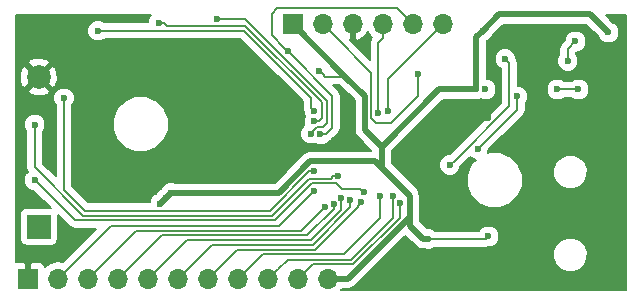
<source format=gbl>
G04 #@! TF.FileFunction,Copper,L2,Bot,Signal*
%FSLAX46Y46*%
G04 Gerber Fmt 4.6, Leading zero omitted, Abs format (unit mm)*
G04 Created by KiCad (PCBNEW 4.0.7-e0-6372~58~ubuntu16.10.1) date Sun Jan  7 20:34:22 2018*
%MOMM*%
%LPD*%
G01*
G04 APERTURE LIST*
%ADD10C,0.100000*%
%ADD11R,2.000000X2.000000*%
%ADD12C,2.000000*%
%ADD13R,1.700000X1.700000*%
%ADD14O,1.700000X1.700000*%
%ADD15C,0.600000*%
%ADD16C,0.500000*%
%ADD17C,0.200000*%
G04 APERTURE END LIST*
D10*
D11*
X133114000Y-101299500D03*
D12*
X133114000Y-88599500D03*
D13*
X154620000Y-84130000D03*
D14*
X157160000Y-84130000D03*
X159700000Y-84130000D03*
X162240000Y-84130000D03*
X164780000Y-84130000D03*
X167320000Y-84130000D03*
D13*
X132210000Y-105710000D03*
D14*
X134750000Y-105710000D03*
X137290000Y-105710000D03*
X139830000Y-105710000D03*
X142370000Y-105710000D03*
X144910000Y-105710000D03*
X147450000Y-105710000D03*
X149990000Y-105710000D03*
X152530000Y-105710000D03*
X155070000Y-105710000D03*
X157610000Y-105710000D03*
D15*
X171159304Y-90715170D03*
X182626000Y-92456000D03*
X182626000Y-91694000D03*
X182626000Y-90932000D03*
X182626000Y-90170000D03*
X171490000Y-86720000D03*
X171480000Y-85950000D03*
X159090000Y-94330000D03*
X173160000Y-85610000D03*
X173860000Y-85690000D03*
X171150000Y-91370000D03*
X171120000Y-92050000D03*
X164670000Y-97170000D03*
X164680000Y-96330000D03*
X164670000Y-95500000D03*
X164710000Y-94650000D03*
X164750000Y-93870000D03*
X159040000Y-93590000D03*
X159050000Y-92780000D03*
X159040000Y-91970000D03*
X159030000Y-91190000D03*
X153320000Y-91520000D03*
X153340000Y-90500000D03*
X152380000Y-89630000D03*
X145390000Y-92050000D03*
X145360000Y-93240000D03*
X145440000Y-97270000D03*
X145400000Y-95870000D03*
X145400000Y-94600000D03*
X153140000Y-95550000D03*
X152840000Y-97030000D03*
X150810000Y-97270000D03*
X148860000Y-97250000D03*
X147020000Y-97290000D03*
X145380000Y-90740000D03*
X145390000Y-89620000D03*
X146730000Y-89600000D03*
X148180000Y-89600000D03*
X149590000Y-89590000D03*
X150970000Y-89590000D03*
X174965000Y-87735000D03*
X175890000Y-87735000D03*
X175890000Y-86810000D03*
X174965000Y-86810000D03*
X156972000Y-93472000D03*
X154190000Y-86420000D03*
X170942006Y-89662006D03*
X169418000Y-89662000D03*
X170180000Y-89662000D03*
X181356000Y-84836000D03*
X156879990Y-88090000D03*
X171196000Y-102108000D03*
X178562000Y-85598000D03*
X177895504Y-87272500D03*
X166090000Y-102340000D03*
X170740000Y-84670000D03*
X143420000Y-99320000D03*
X143860000Y-98880000D03*
X144320000Y-98420000D03*
X173626662Y-90252692D03*
X170279998Y-94720000D03*
X167914177Y-96069990D03*
X172620000Y-87050000D03*
X165210000Y-88320000D03*
X161870021Y-91684290D03*
X177038000Y-89662000D03*
X178816000Y-89662000D03*
X156452292Y-96606685D03*
X135250000Y-90410000D03*
X156462157Y-91518240D03*
X138140000Y-84680000D03*
X156453083Y-92318201D03*
X143260000Y-84000000D03*
X156154012Y-93412605D03*
X148180000Y-83659979D03*
X158470000Y-97020000D03*
X132770000Y-92630000D03*
X132760000Y-97310000D03*
X160650000Y-98360000D03*
X162653636Y-91523147D03*
X163090000Y-98650000D03*
X163690010Y-99309846D03*
X157340177Y-99610498D03*
X156447536Y-98243004D03*
X162020000Y-98690000D03*
X158092188Y-99337555D03*
X158720055Y-98841770D03*
X159491811Y-99052512D03*
X160404990Y-99229998D03*
D16*
X182626000Y-91694000D02*
X182626000Y-92456000D01*
X182626000Y-90170000D02*
X182626000Y-90932000D01*
X173160000Y-85610000D02*
X171820000Y-85610000D01*
X171820000Y-85610000D02*
X171480000Y-85950000D01*
X159040000Y-93590000D02*
X159040000Y-94280000D01*
X159040000Y-94280000D02*
X159090000Y-94330000D01*
X173860000Y-85690000D02*
X173240000Y-85690000D01*
X173240000Y-85690000D02*
X173160000Y-85610000D01*
X171120000Y-92050000D02*
X171120000Y-91400000D01*
X171120000Y-91400000D02*
X171150000Y-91370000D01*
X164670000Y-95500000D02*
X164670000Y-96320000D01*
X164670000Y-96320000D02*
X164680000Y-96330000D01*
X164750000Y-93870000D02*
X164750000Y-94610000D01*
X164750000Y-94610000D02*
X164710000Y-94650000D01*
D17*
X159050000Y-92780000D02*
X159050000Y-93580000D01*
X159050000Y-93580000D02*
X159040000Y-93590000D01*
X159030000Y-91190000D02*
X159030000Y-91960000D01*
X159030000Y-91960000D02*
X159040000Y-91970000D01*
X152380000Y-89630000D02*
X152470000Y-89630000D01*
X152470000Y-89630000D02*
X153340000Y-90500000D01*
X145360000Y-92080000D02*
X145390000Y-92050000D01*
X145360000Y-93240000D02*
X145360000Y-92080000D01*
X145460000Y-97290000D02*
X145440000Y-97270000D01*
X147020000Y-97290000D02*
X145460000Y-97290000D01*
X145400000Y-94600000D02*
X145400000Y-95870000D01*
X152840000Y-97030000D02*
X152840000Y-95850000D01*
X152840000Y-95850000D02*
X153140000Y-95550000D01*
X148860000Y-97250000D02*
X150790000Y-97250000D01*
X150790000Y-97250000D02*
X150810000Y-97270000D01*
X145390000Y-89620000D02*
X145390000Y-90730000D01*
X145390000Y-90730000D02*
X145380000Y-90740000D01*
X148180000Y-89600000D02*
X146730000Y-89600000D01*
X150970000Y-89590000D02*
X149590000Y-89590000D01*
X174965000Y-87735000D02*
X175890000Y-87735000D01*
X164780000Y-84130000D02*
X163454000Y-82804000D01*
X163454000Y-82804000D02*
X153296000Y-82804000D01*
X153296000Y-82804000D02*
X152850000Y-83250000D01*
X152850000Y-83250000D02*
X152850000Y-85080000D01*
X152850000Y-85080000D02*
X153890001Y-86120001D01*
X153890001Y-86120001D02*
X154190000Y-86420000D01*
X157396264Y-93472000D02*
X156972000Y-93472000D01*
X157960011Y-92908253D02*
X157396264Y-93472000D01*
X154190000Y-86420000D02*
X157960011Y-90190011D01*
X157960011Y-90190011D02*
X157960011Y-92908253D01*
D16*
X168993736Y-89662000D02*
X169418000Y-89662000D01*
X167018000Y-89662000D02*
X168993736Y-89662000D01*
X162140000Y-94540000D02*
X167018000Y-89662000D01*
X170180000Y-89662000D02*
X169418000Y-89662000D01*
X170180000Y-89237736D02*
X170180000Y-89662000D01*
X170180000Y-85230000D02*
X170180000Y-89237736D01*
X170740000Y-84670000D02*
X170180000Y-85230000D01*
X170740000Y-84670000D02*
X172098000Y-83312000D01*
X172098000Y-83312000D02*
X179832000Y-83312000D01*
X179832000Y-83312000D02*
X181356000Y-84836000D01*
D17*
X159060000Y-88570000D02*
X157359990Y-88570000D01*
X157359990Y-88570000D02*
X157179989Y-88389999D01*
X157179989Y-88389999D02*
X156879990Y-88090000D01*
D16*
X144320000Y-98420000D02*
X153437842Y-98420000D01*
X153437842Y-98420000D02*
X156099842Y-95758000D01*
X156099842Y-95758000D02*
X161628000Y-95758000D01*
X161628000Y-95758000D02*
X162140000Y-96270000D01*
D17*
X170964000Y-102340000D02*
X171196000Y-102108000D01*
X166090000Y-102340000D02*
X170964000Y-102340000D01*
X177895504Y-87272500D02*
X177895504Y-86264496D01*
X177895504Y-86264496D02*
X178562000Y-85598000D01*
D16*
X166090000Y-102340000D02*
X165665736Y-102340000D01*
X165665736Y-102340000D02*
X164510000Y-101184264D01*
X164510000Y-101184264D02*
X164510000Y-100480000D01*
X162140000Y-96270000D02*
X164510000Y-98640000D01*
X162140000Y-94540000D02*
X160720000Y-93120000D01*
X160720000Y-93120000D02*
X160720000Y-90230000D01*
X162140000Y-94540000D02*
X162140000Y-96270000D01*
X164510000Y-100480000D02*
X159280000Y-105710000D01*
X164510000Y-98640000D02*
X164510000Y-100480000D01*
X159280000Y-105710000D02*
X157610000Y-105710000D01*
X159060000Y-88570000D02*
X160720000Y-90230000D01*
X159060000Y-88570000D02*
X154620000Y-84130000D01*
X143420000Y-99320000D02*
X144320000Y-98420000D01*
D17*
X173626662Y-91373336D02*
X173626662Y-90676956D01*
X170279998Y-94720000D02*
X173626662Y-91373336D01*
X173626662Y-90676956D02*
X173626662Y-90252692D01*
X172620000Y-87050000D02*
X172974000Y-87404000D01*
X172974000Y-87404000D02*
X172974000Y-91076000D01*
X172974000Y-91076000D02*
X168280009Y-95769991D01*
X168280009Y-95769991D02*
X168214176Y-95769991D01*
X168214176Y-95769991D02*
X167914177Y-96069990D01*
X165210000Y-90200000D02*
X162930000Y-92480000D01*
X161270011Y-92087822D02*
X161270011Y-88240011D01*
X162930000Y-92480000D02*
X161662189Y-92480000D01*
X165210000Y-88320000D02*
X165210000Y-90200000D01*
X161662189Y-92480000D02*
X161270011Y-92087822D01*
X158009999Y-84979999D02*
X157160000Y-84130000D01*
X161270011Y-88240011D02*
X158009999Y-84979999D01*
X161870021Y-85702060D02*
X161870021Y-91260026D01*
X162240000Y-85332081D02*
X161870021Y-85702060D01*
X161870021Y-91260026D02*
X161870021Y-91684290D01*
X162240000Y-84130000D02*
X162240000Y-85332081D01*
X178816000Y-89662000D02*
X177038000Y-89662000D01*
X152700596Y-99940000D02*
X156033911Y-96606685D01*
X156033911Y-96606685D02*
X156452292Y-96606685D01*
X137020000Y-99940000D02*
X152700596Y-99940000D01*
X135250000Y-98170000D02*
X137020000Y-99940000D01*
X135250000Y-90410000D02*
X135250000Y-98170000D01*
X156162158Y-90376158D02*
X156162158Y-91218241D01*
X150466000Y-84680000D02*
X156162158Y-90376158D01*
X138140000Y-84680000D02*
X150466000Y-84680000D01*
X156162158Y-91218241D02*
X156462157Y-91518240D01*
X156877347Y-92318201D02*
X156453083Y-92318201D01*
X157100000Y-90748300D02*
X157100000Y-92095548D01*
X157100000Y-92095548D02*
X156877347Y-92318201D01*
X150611689Y-84259989D02*
X157100000Y-90748300D01*
X143944253Y-84259989D02*
X150611689Y-84259989D01*
X143684264Y-84000000D02*
X143944253Y-84259989D01*
X143260000Y-84000000D02*
X143684264Y-84000000D01*
X157560000Y-92534264D02*
X157222268Y-92871996D01*
X150577379Y-83659979D02*
X157560000Y-90642600D01*
X157560000Y-90642600D02*
X157560000Y-92534264D01*
X156454011Y-93112606D02*
X156154012Y-93412605D01*
X156694621Y-92871996D02*
X156454011Y-93112606D01*
X157222268Y-92871996D02*
X156694621Y-92871996D01*
X148180000Y-83659979D02*
X150577379Y-83659979D01*
X136854311Y-100340011D02*
X152896825Y-100340011D01*
X152896825Y-100340011D02*
X156030150Y-97206686D01*
X158045736Y-97020000D02*
X158470000Y-97020000D01*
X157859050Y-97206686D02*
X158045736Y-97020000D01*
X156030150Y-97206686D02*
X157859050Y-97206686D01*
X132770000Y-96255700D02*
X136854311Y-100340011D01*
X132770000Y-92630000D02*
X132770000Y-96255700D01*
X153091996Y-100750000D02*
X136200000Y-100750000D01*
X156235298Y-97606698D02*
X153091996Y-100750000D01*
X136200000Y-100750000D02*
X133059999Y-97609999D01*
X133059999Y-97609999D02*
X132760000Y-97310000D01*
X158297040Y-97606698D02*
X156235298Y-97606698D01*
X158750343Y-98060001D02*
X158297040Y-97606698D01*
X160350001Y-98060001D02*
X158750343Y-98060001D01*
X160650000Y-98360000D02*
X160350001Y-98060001D01*
X162653636Y-88796364D02*
X162653636Y-91098883D01*
X167320000Y-84130000D02*
X162653636Y-88796364D01*
X162653636Y-91098883D02*
X162653636Y-91523147D01*
X154180000Y-104060000D02*
X153379999Y-104860001D01*
X159586468Y-104060000D02*
X154180000Y-104060000D01*
X163090000Y-100556468D02*
X159586468Y-104060000D01*
X163090000Y-98650000D02*
X163090000Y-100556468D01*
X153379999Y-104860001D02*
X152530000Y-105710000D01*
X163690010Y-100522158D02*
X163690010Y-99734110D01*
X155070000Y-105710000D02*
X156319989Y-104460011D01*
X163690010Y-99734110D02*
X163690010Y-99309846D01*
X159752157Y-104460011D02*
X163690010Y-100522158D01*
X156319989Y-104460011D02*
X159752157Y-104460011D01*
X155330664Y-101620011D02*
X157040178Y-99910497D01*
X141379989Y-101620011D02*
X155330664Y-101620011D01*
X137290000Y-105710000D02*
X141379989Y-101620011D01*
X157040178Y-99910497D02*
X157340177Y-99610498D01*
X153470540Y-101220000D02*
X156147537Y-98543003D01*
X139240000Y-101220000D02*
X153470540Y-101220000D01*
X134750000Y-105710000D02*
X139240000Y-101220000D01*
X156147537Y-98543003D02*
X156447536Y-98243004D01*
X152079934Y-103620066D02*
X150839999Y-104860001D01*
X162020000Y-98690000D02*
X162020000Y-100551400D01*
X156634134Y-103620066D02*
X152079934Y-103620066D01*
X156634156Y-103620044D02*
X156634134Y-103620066D01*
X158951356Y-103620044D02*
X156634156Y-103620044D01*
X162020000Y-100551400D02*
X158951356Y-103620044D01*
X150839999Y-104860001D02*
X149990000Y-105710000D01*
X139830000Y-105710000D02*
X143519978Y-102020022D01*
X143519978Y-102020022D02*
X155833985Y-102020022D01*
X155833985Y-102020022D02*
X158092188Y-99761819D01*
X158092188Y-99761819D02*
X158092188Y-99337555D01*
X158720055Y-99837045D02*
X158720055Y-99266034D01*
X156137067Y-102420033D02*
X158720055Y-99837045D01*
X158720055Y-99266034D02*
X158720055Y-98841770D01*
X142370000Y-105710000D02*
X145659967Y-102420033D01*
X145659967Y-102420033D02*
X156137067Y-102420033D01*
X159491811Y-99476776D02*
X159491811Y-99052512D01*
X147799956Y-102820044D02*
X156302756Y-102820044D01*
X159491811Y-99630989D02*
X159491811Y-99476776D01*
X144910000Y-105710000D02*
X147799956Y-102820044D01*
X156302756Y-102820044D02*
X159491811Y-99630989D01*
X160104991Y-99583509D02*
X160104991Y-99529997D01*
X156468445Y-103220055D02*
X160104991Y-99583509D01*
X149939945Y-103220055D02*
X156468445Y-103220055D01*
X147450000Y-105710000D02*
X149939945Y-103220055D01*
X160104991Y-99529997D02*
X160404990Y-99229998D01*
G36*
X182867000Y-106617000D02*
X158742876Y-106617000D01*
X158775617Y-106568000D01*
X159279995Y-106568000D01*
X159280000Y-106568001D01*
X159608343Y-106502689D01*
X159886698Y-106316698D01*
X162244654Y-103958742D01*
X176661747Y-103958742D01*
X176883247Y-104494812D01*
X177293031Y-104905312D01*
X177828714Y-105127746D01*
X178408742Y-105128253D01*
X178944812Y-104906753D01*
X179355312Y-104496969D01*
X179577746Y-103961286D01*
X179578253Y-103381258D01*
X179356753Y-102845188D01*
X178946969Y-102434688D01*
X178411286Y-102212254D01*
X177831258Y-102211747D01*
X177295188Y-102433247D01*
X176884688Y-102843031D01*
X176662254Y-103378714D01*
X176661747Y-103958742D01*
X162244654Y-103958742D01*
X164157868Y-102045528D01*
X165059036Y-102946695D01*
X165059038Y-102946698D01*
X165129991Y-102994107D01*
X165337393Y-103132689D01*
X165665736Y-103198001D01*
X165665741Y-103198000D01*
X165788562Y-103198000D01*
X165908595Y-103247842D01*
X166269820Y-103248157D01*
X166603669Y-103110214D01*
X166665991Y-103048000D01*
X170963995Y-103048000D01*
X170964000Y-103048001D01*
X171125187Y-103015938D01*
X171375820Y-103016157D01*
X171709669Y-102878214D01*
X171965316Y-102623012D01*
X172103842Y-102289405D01*
X172104157Y-101928180D01*
X171966214Y-101594331D01*
X171711012Y-101338684D01*
X171377405Y-101200158D01*
X171016180Y-101199843D01*
X170682331Y-101337786D01*
X170426684Y-101592988D01*
X170410485Y-101632000D01*
X166666221Y-101632000D01*
X166605012Y-101570684D01*
X166271405Y-101432158D01*
X165971027Y-101431896D01*
X165368000Y-100828868D01*
X165368000Y-100480005D01*
X165368001Y-100480000D01*
X165368000Y-100479995D01*
X165368000Y-98640000D01*
X165328405Y-98440940D01*
X165302689Y-98311657D01*
X165116698Y-98033302D01*
X163333206Y-96249810D01*
X167006020Y-96249810D01*
X167143963Y-96583659D01*
X167399165Y-96839306D01*
X167732772Y-96977832D01*
X168093997Y-96978147D01*
X168427846Y-96840204D01*
X168683493Y-96585002D01*
X168822019Y-96251395D01*
X168822038Y-96229226D01*
X169663555Y-95387708D01*
X169764986Y-95489316D01*
X170097195Y-95627262D01*
X169724150Y-95999656D01*
X169364410Y-96866007D01*
X169363592Y-97804077D01*
X169721819Y-98671055D01*
X170384556Y-99334950D01*
X171250907Y-99694690D01*
X172188977Y-99695508D01*
X173055955Y-99337281D01*
X173719850Y-98674544D01*
X174079590Y-97808193D01*
X174080330Y-96958742D01*
X176661747Y-96958742D01*
X176883247Y-97494812D01*
X177293031Y-97905312D01*
X177828714Y-98127746D01*
X178408742Y-98128253D01*
X178944812Y-97906753D01*
X179355312Y-97496969D01*
X179577746Y-96961286D01*
X179578253Y-96381258D01*
X179356753Y-95845188D01*
X178946969Y-95434688D01*
X178411286Y-95212254D01*
X177831258Y-95211747D01*
X177295188Y-95433247D01*
X176884688Y-95843031D01*
X176662254Y-96378714D01*
X176661747Y-96958742D01*
X174080330Y-96958742D01*
X174080408Y-96870123D01*
X173722181Y-96003145D01*
X173059444Y-95339250D01*
X172193093Y-94979510D01*
X171255023Y-94978692D01*
X171135187Y-95028207D01*
X171187840Y-94901405D01*
X171187917Y-94813345D01*
X174127291Y-91873970D01*
X174127294Y-91873968D01*
X174280769Y-91644276D01*
X174287547Y-91610201D01*
X174334663Y-91373336D01*
X174334662Y-91373331D01*
X174334662Y-90828913D01*
X174395978Y-90767704D01*
X174534504Y-90434097D01*
X174534819Y-90072872D01*
X174439351Y-89841820D01*
X176129843Y-89841820D01*
X176267786Y-90175669D01*
X176522988Y-90431316D01*
X176856595Y-90569842D01*
X177217820Y-90570157D01*
X177551669Y-90432214D01*
X177613991Y-90370000D01*
X178239779Y-90370000D01*
X178300988Y-90431316D01*
X178634595Y-90569842D01*
X178995820Y-90570157D01*
X179329669Y-90432214D01*
X179585316Y-90177012D01*
X179723842Y-89843405D01*
X179724157Y-89482180D01*
X179586214Y-89148331D01*
X179331012Y-88892684D01*
X178997405Y-88754158D01*
X178636180Y-88753843D01*
X178302331Y-88891786D01*
X178240009Y-88954000D01*
X177614221Y-88954000D01*
X177553012Y-88892684D01*
X177219405Y-88754158D01*
X176858180Y-88753843D01*
X176524331Y-88891786D01*
X176268684Y-89146988D01*
X176130158Y-89480595D01*
X176129843Y-89841820D01*
X174439351Y-89841820D01*
X174396876Y-89739023D01*
X174141674Y-89483376D01*
X173808067Y-89344850D01*
X173682000Y-89344740D01*
X173682000Y-87452320D01*
X176987347Y-87452320D01*
X177125290Y-87786169D01*
X177380492Y-88041816D01*
X177714099Y-88180342D01*
X178075324Y-88180657D01*
X178409173Y-88042714D01*
X178664820Y-87787512D01*
X178803346Y-87453905D01*
X178803661Y-87092680D01*
X178665718Y-86758831D01*
X178603504Y-86696509D01*
X178603504Y-86557760D01*
X178655182Y-86506081D01*
X178741820Y-86506157D01*
X179075669Y-86368214D01*
X179331316Y-86113012D01*
X179469842Y-85779405D01*
X179470157Y-85418180D01*
X179332214Y-85084331D01*
X179077012Y-84828684D01*
X178743405Y-84690158D01*
X178382180Y-84689843D01*
X178048331Y-84827786D01*
X177792684Y-85082988D01*
X177654158Y-85416595D01*
X177654081Y-85504655D01*
X177394872Y-85763864D01*
X177241397Y-85993556D01*
X177187503Y-86264496D01*
X177187504Y-86264501D01*
X177187504Y-86696279D01*
X177126188Y-86757488D01*
X176987662Y-87091095D01*
X176987347Y-87452320D01*
X173682000Y-87452320D01*
X173682000Y-87404005D01*
X173682001Y-87404000D01*
X173628107Y-87133060D01*
X173572608Y-87050000D01*
X173528058Y-86983326D01*
X173528157Y-86870180D01*
X173390214Y-86536331D01*
X173135012Y-86280684D01*
X172801405Y-86142158D01*
X172440180Y-86141843D01*
X172106331Y-86279786D01*
X171850684Y-86534988D01*
X171712158Y-86868595D01*
X171711843Y-87229820D01*
X171849786Y-87563669D01*
X172104988Y-87819316D01*
X172266000Y-87886174D01*
X172266000Y-90782737D01*
X167911942Y-95136794D01*
X167874286Y-95161955D01*
X167734357Y-95161833D01*
X167400508Y-95299776D01*
X167144861Y-95554978D01*
X167006335Y-95888585D01*
X167006020Y-96249810D01*
X163333206Y-96249810D01*
X162998000Y-95914604D01*
X162998000Y-94895396D01*
X167373395Y-90520000D01*
X169116562Y-90520000D01*
X169236595Y-90569842D01*
X169597820Y-90570157D01*
X169719210Y-90520000D01*
X169878562Y-90520000D01*
X169998595Y-90569842D01*
X170359820Y-90570157D01*
X170561079Y-90486999D01*
X170760601Y-90569848D01*
X171121826Y-90570163D01*
X171455675Y-90432220D01*
X171711322Y-90177018D01*
X171849848Y-89843411D01*
X171850163Y-89482186D01*
X171712220Y-89148337D01*
X171457018Y-88892690D01*
X171123411Y-88754164D01*
X171038000Y-88754090D01*
X171038000Y-85585396D01*
X171133549Y-85489846D01*
X171253669Y-85440214D01*
X171509316Y-85185012D01*
X171559684Y-85063712D01*
X172453396Y-84170000D01*
X179476604Y-84170000D01*
X180536153Y-85229549D01*
X180585786Y-85349669D01*
X180840988Y-85605316D01*
X181174595Y-85743842D01*
X181535820Y-85744157D01*
X181869669Y-85606214D01*
X182125316Y-85351012D01*
X182263842Y-85017405D01*
X182264157Y-84656180D01*
X182126214Y-84322331D01*
X181871012Y-84066684D01*
X181749710Y-84016315D01*
X181116396Y-83383000D01*
X182867000Y-83383000D01*
X182867000Y-106617000D01*
X182867000Y-106617000D01*
G37*
X182867000Y-106617000D02*
X158742876Y-106617000D01*
X158775617Y-106568000D01*
X159279995Y-106568000D01*
X159280000Y-106568001D01*
X159608343Y-106502689D01*
X159886698Y-106316698D01*
X162244654Y-103958742D01*
X176661747Y-103958742D01*
X176883247Y-104494812D01*
X177293031Y-104905312D01*
X177828714Y-105127746D01*
X178408742Y-105128253D01*
X178944812Y-104906753D01*
X179355312Y-104496969D01*
X179577746Y-103961286D01*
X179578253Y-103381258D01*
X179356753Y-102845188D01*
X178946969Y-102434688D01*
X178411286Y-102212254D01*
X177831258Y-102211747D01*
X177295188Y-102433247D01*
X176884688Y-102843031D01*
X176662254Y-103378714D01*
X176661747Y-103958742D01*
X162244654Y-103958742D01*
X164157868Y-102045528D01*
X165059036Y-102946695D01*
X165059038Y-102946698D01*
X165129991Y-102994107D01*
X165337393Y-103132689D01*
X165665736Y-103198001D01*
X165665741Y-103198000D01*
X165788562Y-103198000D01*
X165908595Y-103247842D01*
X166269820Y-103248157D01*
X166603669Y-103110214D01*
X166665991Y-103048000D01*
X170963995Y-103048000D01*
X170964000Y-103048001D01*
X171125187Y-103015938D01*
X171375820Y-103016157D01*
X171709669Y-102878214D01*
X171965316Y-102623012D01*
X172103842Y-102289405D01*
X172104157Y-101928180D01*
X171966214Y-101594331D01*
X171711012Y-101338684D01*
X171377405Y-101200158D01*
X171016180Y-101199843D01*
X170682331Y-101337786D01*
X170426684Y-101592988D01*
X170410485Y-101632000D01*
X166666221Y-101632000D01*
X166605012Y-101570684D01*
X166271405Y-101432158D01*
X165971027Y-101431896D01*
X165368000Y-100828868D01*
X165368000Y-100480005D01*
X165368001Y-100480000D01*
X165368000Y-100479995D01*
X165368000Y-98640000D01*
X165328405Y-98440940D01*
X165302689Y-98311657D01*
X165116698Y-98033302D01*
X163333206Y-96249810D01*
X167006020Y-96249810D01*
X167143963Y-96583659D01*
X167399165Y-96839306D01*
X167732772Y-96977832D01*
X168093997Y-96978147D01*
X168427846Y-96840204D01*
X168683493Y-96585002D01*
X168822019Y-96251395D01*
X168822038Y-96229226D01*
X169663555Y-95387708D01*
X169764986Y-95489316D01*
X170097195Y-95627262D01*
X169724150Y-95999656D01*
X169364410Y-96866007D01*
X169363592Y-97804077D01*
X169721819Y-98671055D01*
X170384556Y-99334950D01*
X171250907Y-99694690D01*
X172188977Y-99695508D01*
X173055955Y-99337281D01*
X173719850Y-98674544D01*
X174079590Y-97808193D01*
X174080330Y-96958742D01*
X176661747Y-96958742D01*
X176883247Y-97494812D01*
X177293031Y-97905312D01*
X177828714Y-98127746D01*
X178408742Y-98128253D01*
X178944812Y-97906753D01*
X179355312Y-97496969D01*
X179577746Y-96961286D01*
X179578253Y-96381258D01*
X179356753Y-95845188D01*
X178946969Y-95434688D01*
X178411286Y-95212254D01*
X177831258Y-95211747D01*
X177295188Y-95433247D01*
X176884688Y-95843031D01*
X176662254Y-96378714D01*
X176661747Y-96958742D01*
X174080330Y-96958742D01*
X174080408Y-96870123D01*
X173722181Y-96003145D01*
X173059444Y-95339250D01*
X172193093Y-94979510D01*
X171255023Y-94978692D01*
X171135187Y-95028207D01*
X171187840Y-94901405D01*
X171187917Y-94813345D01*
X174127291Y-91873970D01*
X174127294Y-91873968D01*
X174280769Y-91644276D01*
X174287547Y-91610201D01*
X174334663Y-91373336D01*
X174334662Y-91373331D01*
X174334662Y-90828913D01*
X174395978Y-90767704D01*
X174534504Y-90434097D01*
X174534819Y-90072872D01*
X174439351Y-89841820D01*
X176129843Y-89841820D01*
X176267786Y-90175669D01*
X176522988Y-90431316D01*
X176856595Y-90569842D01*
X177217820Y-90570157D01*
X177551669Y-90432214D01*
X177613991Y-90370000D01*
X178239779Y-90370000D01*
X178300988Y-90431316D01*
X178634595Y-90569842D01*
X178995820Y-90570157D01*
X179329669Y-90432214D01*
X179585316Y-90177012D01*
X179723842Y-89843405D01*
X179724157Y-89482180D01*
X179586214Y-89148331D01*
X179331012Y-88892684D01*
X178997405Y-88754158D01*
X178636180Y-88753843D01*
X178302331Y-88891786D01*
X178240009Y-88954000D01*
X177614221Y-88954000D01*
X177553012Y-88892684D01*
X177219405Y-88754158D01*
X176858180Y-88753843D01*
X176524331Y-88891786D01*
X176268684Y-89146988D01*
X176130158Y-89480595D01*
X176129843Y-89841820D01*
X174439351Y-89841820D01*
X174396876Y-89739023D01*
X174141674Y-89483376D01*
X173808067Y-89344850D01*
X173682000Y-89344740D01*
X173682000Y-87452320D01*
X176987347Y-87452320D01*
X177125290Y-87786169D01*
X177380492Y-88041816D01*
X177714099Y-88180342D01*
X178075324Y-88180657D01*
X178409173Y-88042714D01*
X178664820Y-87787512D01*
X178803346Y-87453905D01*
X178803661Y-87092680D01*
X178665718Y-86758831D01*
X178603504Y-86696509D01*
X178603504Y-86557760D01*
X178655182Y-86506081D01*
X178741820Y-86506157D01*
X179075669Y-86368214D01*
X179331316Y-86113012D01*
X179469842Y-85779405D01*
X179470157Y-85418180D01*
X179332214Y-85084331D01*
X179077012Y-84828684D01*
X178743405Y-84690158D01*
X178382180Y-84689843D01*
X178048331Y-84827786D01*
X177792684Y-85082988D01*
X177654158Y-85416595D01*
X177654081Y-85504655D01*
X177394872Y-85763864D01*
X177241397Y-85993556D01*
X177187503Y-86264496D01*
X177187504Y-86264501D01*
X177187504Y-86696279D01*
X177126188Y-86757488D01*
X176987662Y-87091095D01*
X176987347Y-87452320D01*
X173682000Y-87452320D01*
X173682000Y-87404005D01*
X173682001Y-87404000D01*
X173628107Y-87133060D01*
X173572608Y-87050000D01*
X173528058Y-86983326D01*
X173528157Y-86870180D01*
X173390214Y-86536331D01*
X173135012Y-86280684D01*
X172801405Y-86142158D01*
X172440180Y-86141843D01*
X172106331Y-86279786D01*
X171850684Y-86534988D01*
X171712158Y-86868595D01*
X171711843Y-87229820D01*
X171849786Y-87563669D01*
X172104988Y-87819316D01*
X172266000Y-87886174D01*
X172266000Y-90782737D01*
X167911942Y-95136794D01*
X167874286Y-95161955D01*
X167734357Y-95161833D01*
X167400508Y-95299776D01*
X167144861Y-95554978D01*
X167006335Y-95888585D01*
X167006020Y-96249810D01*
X163333206Y-96249810D01*
X162998000Y-95914604D01*
X162998000Y-94895396D01*
X167373395Y-90520000D01*
X169116562Y-90520000D01*
X169236595Y-90569842D01*
X169597820Y-90570157D01*
X169719210Y-90520000D01*
X169878562Y-90520000D01*
X169998595Y-90569842D01*
X170359820Y-90570157D01*
X170561079Y-90486999D01*
X170760601Y-90569848D01*
X171121826Y-90570163D01*
X171455675Y-90432220D01*
X171711322Y-90177018D01*
X171849848Y-89843411D01*
X171850163Y-89482186D01*
X171712220Y-89148337D01*
X171457018Y-88892690D01*
X171123411Y-88754164D01*
X171038000Y-88754090D01*
X171038000Y-85585396D01*
X171133549Y-85489846D01*
X171253669Y-85440214D01*
X171509316Y-85185012D01*
X171559684Y-85063712D01*
X172453396Y-84170000D01*
X179476604Y-84170000D01*
X180536153Y-85229549D01*
X180585786Y-85349669D01*
X180840988Y-85605316D01*
X181174595Y-85743842D01*
X181535820Y-85744157D01*
X181869669Y-85606214D01*
X182125316Y-85351012D01*
X182263842Y-85017405D01*
X182264157Y-84656180D01*
X182126214Y-84322331D01*
X181871012Y-84066684D01*
X181749710Y-84016315D01*
X181116396Y-83383000D01*
X182867000Y-83383000D01*
X182867000Y-106617000D01*
G36*
X142490684Y-83484988D02*
X142352158Y-83818595D01*
X142352024Y-83972000D01*
X138716221Y-83972000D01*
X138655012Y-83910684D01*
X138321405Y-83772158D01*
X137960180Y-83771843D01*
X137626331Y-83909786D01*
X137370684Y-84164988D01*
X137232158Y-84498595D01*
X137231843Y-84859820D01*
X137369786Y-85193669D01*
X137624988Y-85449316D01*
X137958595Y-85587842D01*
X138319820Y-85588157D01*
X138653669Y-85450214D01*
X138715991Y-85388000D01*
X150172736Y-85388000D01*
X155454158Y-90669422D01*
X155454158Y-91218236D01*
X155454157Y-91218241D01*
X155508051Y-91489181D01*
X155554122Y-91558131D01*
X155554000Y-91698060D01*
X155640496Y-91907397D01*
X155545241Y-92136796D01*
X155544926Y-92498021D01*
X155615022Y-92667668D01*
X155384696Y-92897593D01*
X155246170Y-93231200D01*
X155245855Y-93592425D01*
X155383798Y-93926274D01*
X155639000Y-94181921D01*
X155972607Y-94320447D01*
X156333832Y-94320762D01*
X156491462Y-94255631D01*
X156790595Y-94379842D01*
X157151820Y-94380157D01*
X157485669Y-94242214D01*
X157585747Y-94142310D01*
X157667204Y-94126107D01*
X157896896Y-93972632D01*
X158460640Y-93408887D01*
X158460643Y-93408885D01*
X158614118Y-93179193D01*
X158632175Y-93088415D01*
X158668012Y-92908253D01*
X158668011Y-92908248D01*
X158668011Y-90190016D01*
X158668012Y-90190011D01*
X158614118Y-89919071D01*
X158564247Y-89844434D01*
X158460643Y-89689379D01*
X158460640Y-89689377D01*
X158049263Y-89278000D01*
X158554604Y-89278000D01*
X159862000Y-90585395D01*
X159862000Y-93119995D01*
X159861999Y-93120000D01*
X159927311Y-93448343D01*
X160113302Y-93726698D01*
X161282000Y-94895395D01*
X161282000Y-94900000D01*
X156099847Y-94900000D01*
X156099842Y-94899999D01*
X155771499Y-94965311D01*
X155733143Y-94990940D01*
X155493144Y-95151302D01*
X155493142Y-95151305D01*
X153082446Y-97562000D01*
X144621438Y-97562000D01*
X144501405Y-97512158D01*
X144140180Y-97511843D01*
X143806331Y-97649786D01*
X143550684Y-97904988D01*
X143500315Y-98026290D01*
X143466451Y-98060154D01*
X143346331Y-98109786D01*
X143090684Y-98364988D01*
X143040315Y-98486289D01*
X143026450Y-98500154D01*
X142906331Y-98549786D01*
X142650684Y-98804988D01*
X142512158Y-99138595D01*
X142512077Y-99232000D01*
X137313264Y-99232000D01*
X135958000Y-97876736D01*
X135958000Y-93066977D01*
X139391592Y-93066977D01*
X139749819Y-93933955D01*
X140412556Y-94597850D01*
X141278907Y-94957590D01*
X142216977Y-94958408D01*
X143083955Y-94600181D01*
X143747850Y-93937444D01*
X144107590Y-93071093D01*
X144108408Y-92133023D01*
X143750181Y-91266045D01*
X143087444Y-90602150D01*
X142221093Y-90242410D01*
X141283023Y-90241592D01*
X140416045Y-90599819D01*
X139752150Y-91262556D01*
X139392410Y-92128907D01*
X139391592Y-93066977D01*
X135958000Y-93066977D01*
X135958000Y-90986221D01*
X136019316Y-90925012D01*
X136157842Y-90591405D01*
X136158157Y-90230180D01*
X136020214Y-89896331D01*
X135765012Y-89640684D01*
X135431405Y-89502158D01*
X135070180Y-89501843D01*
X134736331Y-89639786D01*
X134480684Y-89894988D01*
X134342158Y-90228595D01*
X134341843Y-90589820D01*
X134479786Y-90923669D01*
X134542000Y-90985991D01*
X134542000Y-97026436D01*
X133478000Y-95962436D01*
X133478000Y-93206221D01*
X133539316Y-93145012D01*
X133677842Y-92811405D01*
X133678157Y-92450180D01*
X133540214Y-92116331D01*
X133285012Y-91860684D01*
X132951405Y-91722158D01*
X132590180Y-91721843D01*
X132256331Y-91859786D01*
X132000684Y-92114988D01*
X131862158Y-92448595D01*
X131861843Y-92809820D01*
X131999786Y-93143669D01*
X132062000Y-93205991D01*
X132062000Y-96255695D01*
X132061999Y-96255700D01*
X132115893Y-96526640D01*
X132173354Y-96612636D01*
X131990684Y-96794988D01*
X131852158Y-97128595D01*
X131851843Y-97489820D01*
X131989786Y-97823669D01*
X132244988Y-98079316D01*
X132578595Y-98217842D01*
X132666655Y-98217919D01*
X134131962Y-99683226D01*
X134114000Y-99679589D01*
X132114000Y-99679589D01*
X131888689Y-99721984D01*
X131681754Y-99855143D01*
X131542929Y-100058320D01*
X131494089Y-100299500D01*
X131494089Y-102299500D01*
X131536484Y-102524811D01*
X131669643Y-102731746D01*
X131872820Y-102870571D01*
X132114000Y-102919411D01*
X134114000Y-102919411D01*
X134339311Y-102877016D01*
X134546246Y-102743857D01*
X134685071Y-102540680D01*
X134733911Y-102299500D01*
X134733911Y-100299500D01*
X134730591Y-100281855D01*
X135699368Y-101250632D01*
X135929060Y-101404107D01*
X136200000Y-101458001D01*
X136200005Y-101458000D01*
X138000736Y-101458000D01*
X135154783Y-104303953D01*
X134750000Y-104223436D01*
X134192048Y-104334420D01*
X133719038Y-104650474D01*
X133664880Y-104731528D01*
X133575437Y-104515595D01*
X133404404Y-104344562D01*
X133180938Y-104252000D01*
X132516000Y-104252000D01*
X132364000Y-104404000D01*
X132364000Y-105556000D01*
X132384000Y-105556000D01*
X132384000Y-105864000D01*
X132364000Y-105864000D01*
X132364000Y-105884000D01*
X132056000Y-105884000D01*
X132056000Y-105864000D01*
X132036000Y-105864000D01*
X132036000Y-105556000D01*
X132056000Y-105556000D01*
X132056000Y-104404000D01*
X131904000Y-104252000D01*
X131239062Y-104252000D01*
X131233000Y-104254511D01*
X131233000Y-89754566D01*
X132176723Y-89754566D01*
X132279174Y-90010540D01*
X132882703Y-90222605D01*
X133521445Y-90187567D01*
X133948826Y-90010540D01*
X134051277Y-89754566D01*
X133114000Y-88817289D01*
X132176723Y-89754566D01*
X131233000Y-89754566D01*
X131233000Y-88368203D01*
X131490895Y-88368203D01*
X131525933Y-89006945D01*
X131702960Y-89434326D01*
X131958934Y-89536777D01*
X132896211Y-88599500D01*
X133331789Y-88599500D01*
X134269066Y-89536777D01*
X134525040Y-89434326D01*
X134737105Y-88830797D01*
X134702067Y-88192055D01*
X134525040Y-87764674D01*
X134269066Y-87662223D01*
X133331789Y-88599500D01*
X132896211Y-88599500D01*
X131958934Y-87662223D01*
X131702960Y-87764674D01*
X131490895Y-88368203D01*
X131233000Y-88368203D01*
X131233000Y-87444434D01*
X132176723Y-87444434D01*
X133114000Y-88381711D01*
X134051277Y-87444434D01*
X133948826Y-87188460D01*
X133345297Y-86976395D01*
X132706555Y-87011433D01*
X132279174Y-87188460D01*
X132176723Y-87444434D01*
X131233000Y-87444434D01*
X131233000Y-83383000D01*
X142592850Y-83383000D01*
X142490684Y-83484988D01*
X142490684Y-83484988D01*
G37*
X142490684Y-83484988D02*
X142352158Y-83818595D01*
X142352024Y-83972000D01*
X138716221Y-83972000D01*
X138655012Y-83910684D01*
X138321405Y-83772158D01*
X137960180Y-83771843D01*
X137626331Y-83909786D01*
X137370684Y-84164988D01*
X137232158Y-84498595D01*
X137231843Y-84859820D01*
X137369786Y-85193669D01*
X137624988Y-85449316D01*
X137958595Y-85587842D01*
X138319820Y-85588157D01*
X138653669Y-85450214D01*
X138715991Y-85388000D01*
X150172736Y-85388000D01*
X155454158Y-90669422D01*
X155454158Y-91218236D01*
X155454157Y-91218241D01*
X155508051Y-91489181D01*
X155554122Y-91558131D01*
X155554000Y-91698060D01*
X155640496Y-91907397D01*
X155545241Y-92136796D01*
X155544926Y-92498021D01*
X155615022Y-92667668D01*
X155384696Y-92897593D01*
X155246170Y-93231200D01*
X155245855Y-93592425D01*
X155383798Y-93926274D01*
X155639000Y-94181921D01*
X155972607Y-94320447D01*
X156333832Y-94320762D01*
X156491462Y-94255631D01*
X156790595Y-94379842D01*
X157151820Y-94380157D01*
X157485669Y-94242214D01*
X157585747Y-94142310D01*
X157667204Y-94126107D01*
X157896896Y-93972632D01*
X158460640Y-93408887D01*
X158460643Y-93408885D01*
X158614118Y-93179193D01*
X158632175Y-93088415D01*
X158668012Y-92908253D01*
X158668011Y-92908248D01*
X158668011Y-90190016D01*
X158668012Y-90190011D01*
X158614118Y-89919071D01*
X158564247Y-89844434D01*
X158460643Y-89689379D01*
X158460640Y-89689377D01*
X158049263Y-89278000D01*
X158554604Y-89278000D01*
X159862000Y-90585395D01*
X159862000Y-93119995D01*
X159861999Y-93120000D01*
X159927311Y-93448343D01*
X160113302Y-93726698D01*
X161282000Y-94895395D01*
X161282000Y-94900000D01*
X156099847Y-94900000D01*
X156099842Y-94899999D01*
X155771499Y-94965311D01*
X155733143Y-94990940D01*
X155493144Y-95151302D01*
X155493142Y-95151305D01*
X153082446Y-97562000D01*
X144621438Y-97562000D01*
X144501405Y-97512158D01*
X144140180Y-97511843D01*
X143806331Y-97649786D01*
X143550684Y-97904988D01*
X143500315Y-98026290D01*
X143466451Y-98060154D01*
X143346331Y-98109786D01*
X143090684Y-98364988D01*
X143040315Y-98486289D01*
X143026450Y-98500154D01*
X142906331Y-98549786D01*
X142650684Y-98804988D01*
X142512158Y-99138595D01*
X142512077Y-99232000D01*
X137313264Y-99232000D01*
X135958000Y-97876736D01*
X135958000Y-93066977D01*
X139391592Y-93066977D01*
X139749819Y-93933955D01*
X140412556Y-94597850D01*
X141278907Y-94957590D01*
X142216977Y-94958408D01*
X143083955Y-94600181D01*
X143747850Y-93937444D01*
X144107590Y-93071093D01*
X144108408Y-92133023D01*
X143750181Y-91266045D01*
X143087444Y-90602150D01*
X142221093Y-90242410D01*
X141283023Y-90241592D01*
X140416045Y-90599819D01*
X139752150Y-91262556D01*
X139392410Y-92128907D01*
X139391592Y-93066977D01*
X135958000Y-93066977D01*
X135958000Y-90986221D01*
X136019316Y-90925012D01*
X136157842Y-90591405D01*
X136158157Y-90230180D01*
X136020214Y-89896331D01*
X135765012Y-89640684D01*
X135431405Y-89502158D01*
X135070180Y-89501843D01*
X134736331Y-89639786D01*
X134480684Y-89894988D01*
X134342158Y-90228595D01*
X134341843Y-90589820D01*
X134479786Y-90923669D01*
X134542000Y-90985991D01*
X134542000Y-97026436D01*
X133478000Y-95962436D01*
X133478000Y-93206221D01*
X133539316Y-93145012D01*
X133677842Y-92811405D01*
X133678157Y-92450180D01*
X133540214Y-92116331D01*
X133285012Y-91860684D01*
X132951405Y-91722158D01*
X132590180Y-91721843D01*
X132256331Y-91859786D01*
X132000684Y-92114988D01*
X131862158Y-92448595D01*
X131861843Y-92809820D01*
X131999786Y-93143669D01*
X132062000Y-93205991D01*
X132062000Y-96255695D01*
X132061999Y-96255700D01*
X132115893Y-96526640D01*
X132173354Y-96612636D01*
X131990684Y-96794988D01*
X131852158Y-97128595D01*
X131851843Y-97489820D01*
X131989786Y-97823669D01*
X132244988Y-98079316D01*
X132578595Y-98217842D01*
X132666655Y-98217919D01*
X134131962Y-99683226D01*
X134114000Y-99679589D01*
X132114000Y-99679589D01*
X131888689Y-99721984D01*
X131681754Y-99855143D01*
X131542929Y-100058320D01*
X131494089Y-100299500D01*
X131494089Y-102299500D01*
X131536484Y-102524811D01*
X131669643Y-102731746D01*
X131872820Y-102870571D01*
X132114000Y-102919411D01*
X134114000Y-102919411D01*
X134339311Y-102877016D01*
X134546246Y-102743857D01*
X134685071Y-102540680D01*
X134733911Y-102299500D01*
X134733911Y-100299500D01*
X134730591Y-100281855D01*
X135699368Y-101250632D01*
X135929060Y-101404107D01*
X136200000Y-101458001D01*
X136200005Y-101458000D01*
X138000736Y-101458000D01*
X135154783Y-104303953D01*
X134750000Y-104223436D01*
X134192048Y-104334420D01*
X133719038Y-104650474D01*
X133664880Y-104731528D01*
X133575437Y-104515595D01*
X133404404Y-104344562D01*
X133180938Y-104252000D01*
X132516000Y-104252000D01*
X132364000Y-104404000D01*
X132364000Y-105556000D01*
X132384000Y-105556000D01*
X132384000Y-105864000D01*
X132364000Y-105864000D01*
X132364000Y-105884000D01*
X132056000Y-105884000D01*
X132056000Y-105864000D01*
X132036000Y-105864000D01*
X132036000Y-105556000D01*
X132056000Y-105556000D01*
X132056000Y-104404000D01*
X131904000Y-104252000D01*
X131239062Y-104252000D01*
X131233000Y-104254511D01*
X131233000Y-89754566D01*
X132176723Y-89754566D01*
X132279174Y-90010540D01*
X132882703Y-90222605D01*
X133521445Y-90187567D01*
X133948826Y-90010540D01*
X134051277Y-89754566D01*
X133114000Y-88817289D01*
X132176723Y-89754566D01*
X131233000Y-89754566D01*
X131233000Y-88368203D01*
X131490895Y-88368203D01*
X131525933Y-89006945D01*
X131702960Y-89434326D01*
X131958934Y-89536777D01*
X132896211Y-88599500D01*
X133331789Y-88599500D01*
X134269066Y-89536777D01*
X134525040Y-89434326D01*
X134737105Y-88830797D01*
X134702067Y-88192055D01*
X134525040Y-87764674D01*
X134269066Y-87662223D01*
X133331789Y-88599500D01*
X132896211Y-88599500D01*
X131958934Y-87662223D01*
X131702960Y-87764674D01*
X131490895Y-88368203D01*
X131233000Y-88368203D01*
X131233000Y-87444434D01*
X132176723Y-87444434D01*
X133114000Y-88381711D01*
X134051277Y-87444434D01*
X133948826Y-87188460D01*
X133345297Y-86976395D01*
X132706555Y-87011433D01*
X132279174Y-87188460D01*
X132176723Y-87444434D01*
X131233000Y-87444434D01*
X131233000Y-83383000D01*
X142592850Y-83383000D01*
X142490684Y-83484988D01*
G36*
X159854000Y-83976000D02*
X159874000Y-83976000D01*
X159874000Y-84284000D01*
X159854000Y-84284000D01*
X159854000Y-85426889D01*
X160078910Y-85537903D01*
X160427616Y-85393477D01*
X160855741Y-85018854D01*
X160957502Y-84813074D01*
X161209038Y-85189526D01*
X161325394Y-85267272D01*
X161215914Y-85431120D01*
X161162020Y-85702060D01*
X161162021Y-85702065D01*
X161162021Y-87130758D01*
X159487184Y-85455920D01*
X159546000Y-85426889D01*
X159546000Y-84284000D01*
X159526000Y-84284000D01*
X159526000Y-83976000D01*
X159546000Y-83976000D01*
X159546000Y-83956000D01*
X159854000Y-83956000D01*
X159854000Y-83976000D01*
X159854000Y-83976000D01*
G37*
X159854000Y-83976000D02*
X159874000Y-83976000D01*
X159874000Y-84284000D01*
X159854000Y-84284000D01*
X159854000Y-85426889D01*
X160078910Y-85537903D01*
X160427616Y-85393477D01*
X160855741Y-85018854D01*
X160957502Y-84813074D01*
X161209038Y-85189526D01*
X161325394Y-85267272D01*
X161215914Y-85431120D01*
X161162020Y-85702060D01*
X161162021Y-85702065D01*
X161162021Y-87130758D01*
X159487184Y-85455920D01*
X159546000Y-85426889D01*
X159546000Y-84284000D01*
X159526000Y-84284000D01*
X159526000Y-83976000D01*
X159546000Y-83976000D01*
X159546000Y-83956000D01*
X159854000Y-83956000D01*
X159854000Y-83976000D01*
M02*

</source>
